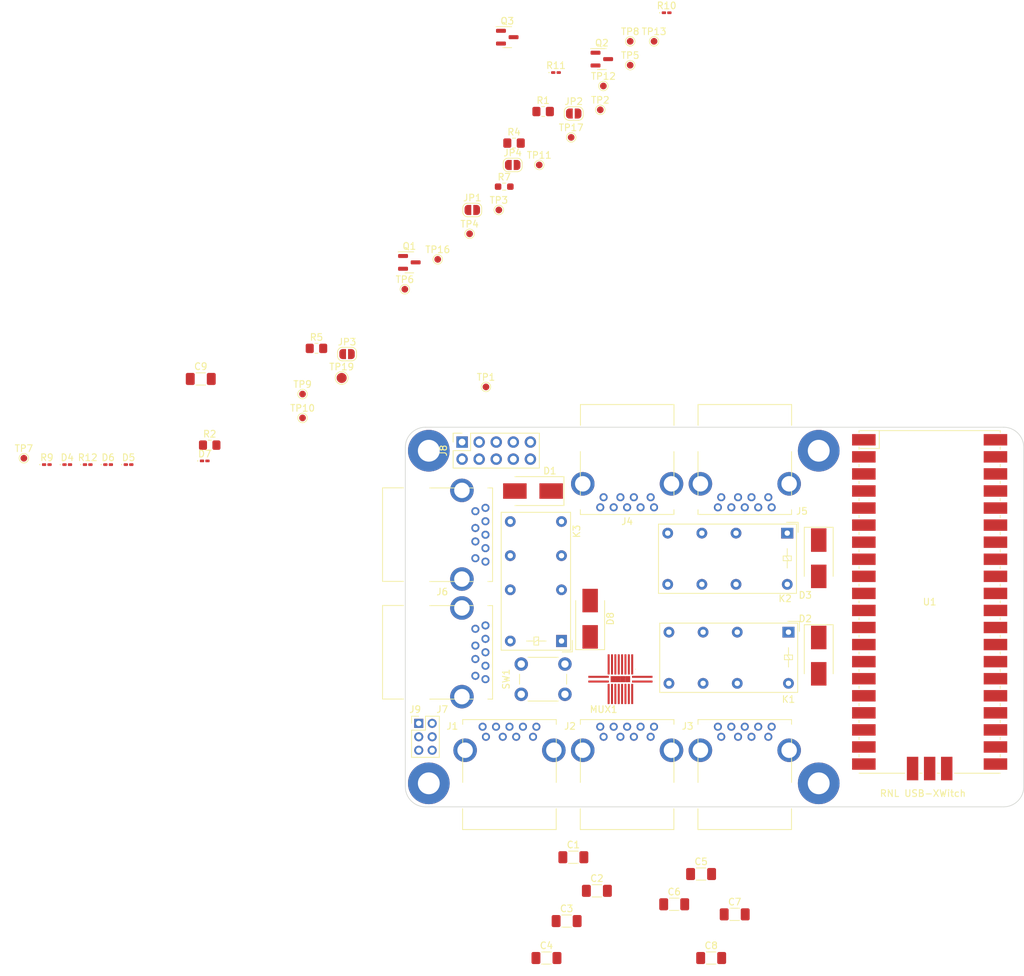
<source format=kicad_pcb>
(kicad_pcb (version 20211014) (generator pcbnew)
  (title_block (title "usb-xwitch") (date "2022-06-20") (rev "0.1"))
  (layers (0 "F.Cu" signal) (31 "B.Cu" signal) (34 "B.Paste" user) (35 "F.Paste" user) (36 "B.SilkS" user "B.Silkscreen") (37 "F.SilkS" user "F.Silkscreen") (38 "B.Mask" user) (39 "F.Mask" user) (44 "Edge.Cuts" user))
  (net 0 "")
  (net 1 "Net-(C1-Pad1)")
  (net 2 "/RX-BP1")
  (net 3 "Net-(C2-Pad1)")
  (net 4 "/RX+BP1")
  (net 5 "Net-(C3-Pad1)")
  (net 6 "/TX-BP1")
  (net 7 "Net-(C4-Pad1)")
  (net 8 "/TX+BP1")
  (net 9 "Net-(C5-Pad1)")
  (net 10 "Net-(C5-Pad2)")
  (net 11 "Net-(C6-Pad1)")
  (net 12 "Net-(C6-Pad2)")
  (net 13 "Net-(C7-Pad1)")
  (net 14 "Net-(C7-Pad2)")
  (net 15 "Net-(C8-Pad1)")
  (net 16 "Net-(C8-Pad2)")
  (net 17 "GND")
  (net 18 "/SW-A")
  (net 19 "Net-(J4-Pad5)")
  (net 20 "Net-(D1-Pad2)")
  (net 21 "Net-(J4-Pad6)")
  (net 22 "Net-(J4-Pad8)")
  (net 23 "Net-(J4-Pad9)")
  (net 24 "/RL3")
  (net 25 "/VBUS2")
  (net 26 "Net-(K3-Pad21)")
  (net 27 "Net-(J6-Pad2)")
  (net 28 "Net-(J6-Pad3)")
  (net 29 "Net-(J6-Pad5)")
  (net 30 "Net-(J6-Pad6)")
  (net 31 "Net-(J6-Pad8)")
  (net 32 "Net-(J6-Pad9)")
  (net 33 "/VBUS3")
  (net 34 "Net-(K3-Pad12)")
  (net 35 "/REL-C")
  (net 36 "+5V")
  (net 37 "/RL1")
  (net 38 "/RL2")
  (net 39 "Net-(D4-Pad2)")
  (net 40 "Net-(D5-Pad2)")
  (net 41 "Net-(D6-Pad2)")
  (net 42 "Net-(D7-Pad2)")
  (net 43 "Net-(J1-Pad1)")
  (net 44 "Net-(J1-Pad2)")
  (net 45 "Net-(J1-Pad3)")
  (net 46 "/RX-BP")
  (net 47 "/RX+BP")
  (net 48 "/TX-BP")
  (net 49 "/TX+BP")
  (net 50 "/VBUS_1_1")
  (net 51 "Net-(J2-Pad10)")
  (net 52 "/VBUS_1_2")
  (net 53 "Net-(J3-Pad10)")
  (net 54 "Net-(J4-Pad1)")
  (net 55 "Net-(J4-Pad2)")
  (net 56 "Net-(J4-Pad3)")
  (net 61 "Net-(J5-Pad10)")
  (net 62 "/UART_PI_TX")
  (net 63 "/UART_PI_RX")
  (net 66 "+3V3")
  (net 67 "/PD-A")
  (net 68 "/SEL-A")
  (net 70 "/REL-A")
  (net 71 "/REL-B")
  (net 72 "/V_1_1")
  (net 73 "/V_1_2")
  (net 74 "/V_2_1")
  (net 96 "Net-(TP4-Pad1)")
  (net 97 "Net-(TP5-Pad1)")
  (footprint "Resistor_SMD:R_0805_2012Metric_Pad1.20x1.40mm_HandSolder" (layer "F.Cu") (at 116.175 37.715)
    (fp_text reference "R4" (at 0 -1.65) (layer "F.SilkS"))
    (fp_text value "33K")
    (pad "1" smd roundrect (at -1 0) (size 1.2 1.4) (layers "F.Cu" "F.Paste" "F.Mask") (roundrect_rratio 0.208333) (net 72 "/V_1_1"))
    (pad "2" smd roundrect (at 1 0) (size 1.2 1.4) (layers "F.Cu" "F.Paste" "F.Mask") (roundrect_rratio 0.208333) (net 17 "GND"))
  )
  (footprint "TestPoint:TestPoint_Pad_D1.0mm" (layer "F.Cu") (at 129.465 29.215)
    (fp_text reference "TP12" (at 0 -1.448) (layer "F.SilkS"))
    (fp_text value "TestPoint")
    (pad "1" smd circle (at 0 0) (size 1 1) (layers "F.Cu" "F.Mask") (net 50 "/VBUS_1_1"))
  )
  (footprint "Button_Switch_THT:SW_PUSH_6mm" (layer "F.Cu") (at 117.25 115.25)
    (fp_text reference "SW1" (at -2.25 2.25 90) (layer "F.SilkS"))
    (fp_text value "SW_MEC_5E")
    (pad "1" thru_hole circle (at 0 0 90) (size 2 2) (drill 1.1) (layers *.Cu *.Mask) (net 17 "GND"))
    (pad "1" thru_hole circle (at 6.5 0 90) (size 2 2) (drill 1.1) (layers *.Cu *.Mask) (net 17 "GND"))
    (pad "2" thru_hole circle (at 0 4.5 90) (size 2 2) (drill 1.1) (layers *.Cu *.Mask) (net 18 "/SW-A"))
    (pad "2" thru_hole circle (at 6.5 4.5 90) (size 2 2) (drill 1.1) (layers *.Cu *.Mask) (net 18 "/SW-A"))
  )
  (footprint "usb_xwitch:USB3_A_AdamTech_USB-A3-S-RA" (layer "F.Cu") (at 154 90.425 180)
    (fp_text reference "J5" (at -5 -2.075) (layer "F.SilkS"))
    (fp_text value "USB3_A")
    (pad "1" thru_hole circle (at 0 0 180) (size 1.2 1.2) (drill 0.7) (layers *.Cu *.Mask) (net 25 "/VBUS2"))
    (pad "2" thru_hole circle (at 2.5 0 180) (size 1.2 1.2) (drill 0.7) (layers *.Cu *.Mask) (net 55 "Net-(J4-Pad2)"))
    (pad "3" thru_hole circle (at 4.5 0 180) (size 1.2 1.2) (drill 0.7) (layers *.Cu *.Mask) (net 56 "Net-(J4-Pad3)"))
    (pad "4" thru_hole circle (at 7 0 180) (size 1.2 1.2) (drill 0.7) (layers *.Cu *.Mask) (net 61 "Net-(J5-Pad10)"))
    (pad "5" thru_hole circle (at 7.5 -1.5 180) (size 1.2 1.2) (drill 0.7) (layers *.Cu *.Mask) (net 19 "Net-(J4-Pad5)"))
    (pad "6" thru_hole circle (at 5.5 -1.5 180) (size 1.2 1.2) (drill 0.7) (layers *.Cu *.Mask) (net 21 "Net-(J4-Pad6)"))
    (pad "7" thru_hole circle (at 3.5 -1.5 180) (size 1.2 1.2) (drill 0.7) (layers *.Cu *.Mask) (net 61 "Net-(J5-Pad10)"))
    (pad "8" thru_hole circle (at 1.5 -1.5 180) (size 1.2 1.2) (drill 0.7) (layers *.Cu *.Mask) (net 22 "Net-(J4-Pad8)"))
    (pad "9" thru_hole circle (at -0.5 -1.5 180) (size 1.2 1.2) (drill 0.7) (layers *.Cu *.Mask) (net 23 "Net-(J4-Pad9)"))
    (pad "10" thru_hole circle (at -3.1 2 180) (size 3.5 3.5) (drill 2.3) (layers *.Cu *.Mask) (net 61 "Net-(J5-Pad10)"))
    (pad "10" thru_hole circle (at 10.1 2 180) (size 3.5 3.5) (drill 2.3) (layers *.Cu *.Mask) (net 61 "Net-(J5-Pad10)"))
  )
  (footprint "TestPoint:TestPoint_Pad_D1.0mm" (layer "F.Cu") (at 104.825 55.015)
    (fp_text reference "TP16" (at 0 -1.448) (layer "F.SilkS"))
    (fp_text value "TestPoint")
    (pad "1" smd circle (at 0 0) (size 1 1) (layers "F.Cu" "F.Mask") (net 72 "/V_1_1"))
  )
  (footprint "Diode_SMD:D_SMB_Handsoldering" (layer "F.Cu") (at 119 89.5 180)
    (fp_text reference "D1" (at -2.5 3) (layer "F.SilkS"))
    (fp_text value "VS-10BQ015" hide)
    (pad "1" smd rect (at -2.7 0 180) (size 3.5 2.3) (layers "F.Cu" "F.Paste" "F.Mask") (net 36 "+5V"))
    (pad "2" smd rect (at 2.7 0 180) (size 3.5 2.3) (layers "F.Cu" "F.Paste" "F.Mask") (net 20 "Net-(D1-Pad2)"))
  )
  (footprint "Diode_SMD:D_SMB_Handsoldering" (layer "F.Cu") (at 161.5 114 -90)
    (fp_text reference "D2" (at -5.5 2 180) (layer "F.SilkS"))
    (fp_text value "VS-10BQ015" hide)
    (pad "1" smd rect (at -2.7 0 270) (size 3.5 2.3) (layers "F.Cu" "F.Paste" "F.Mask") (net 36 "+5V"))
    (pad "2" smd rect (at 2.7 0 270) (size 3.5 2.3) (layers "F.Cu" "F.Paste" "F.Mask") (net 37 "/RL1"))
  )
  (footprint "Diode_SMD:D_0201_0603Metric_Pad0.64x0.40mm_HandSolder" (layer "F.Cu") (at 122.415 27.215)
    (fp_text reference "R11" (at 0 -1.05) (layer "F.SilkS"))
    (fp_text value "402")
    (pad "1" smd roundrect (at -0.4075 0) (size 0.635 0.4) (layers "F.Cu" "F.Mask") (net 25 "/VBUS2"))
    (pad "2" smd roundrect (at 0.4075 0) (size 0.635 0.4) (layers "F.Cu" "F.Mask") (net 41 "Net-(D6-Pad2)"))
  )
  (footprint "TestPoint:TestPoint_Pad_D1.0mm" (layer "F.Cu") (at 113.915 47.665)
    (fp_text reference "TP3" (at 0 -1.448) (layer "F.SilkS"))
    (fp_text value "TestPoint")
    (pad "1" smd circle (at 0 0) (size 1 1) (layers "F.Cu" "F.Mask") (net 66 "+3V3"))
  )
  (footprint "Package_TO_SOT_SMD:SOT-23" (layer "F.Cu") (at 129.235 25.215)
    (fp_text reference "Q2" (at 0 -2.4) (layer "F.SilkS"))
    (fp_text value "2N7002P")
    (pad "1" smd roundrect (at -0.9375 -0.95) (size 1.475 0.6) (layers "F.Cu" "F.Paste" "F.Mask") (net 71 "/REL-B"))
    (pad "2" smd roundrect (at -0.9375 0.95) (size 1.475 0.6) (layers "F.Cu" "F.Paste" "F.Mask") (net 17 "GND"))
    (pad "3" smd roundrect (at 0.9375 0) (size 1.475 0.6) (layers "F.Cu" "F.Paste" "F.Mask") (net 38 "/RL2"))
  )
  (footprint "TestPoint:TestPoint_Pad_D1.0mm" (layer "F.Cu") (at 133.455 26.115)
    (fp_text reference "TP5" (at 0 -1.448) (layer "F.SilkS"))
    (fp_text value "TestPoint")
    (pad "1" smd circle (at 0 0) (size 1 1) (layers "F.Cu" "F.Mask") (net 97 "Net-(TP5-Pad1)"))
  )
  (footprint "TestPoint:TestPoint_Pad_D1.0mm" (layer "F.Cu") (at 119.925 40.965)
    (fp_text reference "TP11" (at 0 -1.448) (layer "F.SilkS"))
    (fp_text value "TestPoint")
    (pad "1" smd circle (at 0 0) (size 1 1) (layers "F.Cu" "F.Mask") (net 18 "/SW-A"))
  )
  (footprint "Resistor_SMD:R_0603_1608Metric_Pad0.98x0.95mm_HandSolder" (layer "F.Cu") (at 114.715 44.195)
    (fp_text reference "R7" (at 0 -1.43) (layer "F.SilkS"))
    (fp_text value "10K")
    (pad "1" smd roundrect (at -0.9125 0) (size 0.975 0.95) (layers "F.Cu" "F.Paste" "F.Mask") (net 66 "+3V3"))
    (pad "2" smd roundrect (at 0.9125 0) (size 0.975 0.95) (layers "F.Cu" "F.Paste" "F.Mask") (net 18 "/SW-A"))
  )
  (footprint "Capacitor_SMD:C_1206_3216Metric_Pad1.33x1.80mm_HandSolder" (layer "F.Cu") (at 125 144)
    (fp_text reference "C1" (at 0 -1.85) (layer "F.SilkS"))
    (fp_text value "100n")
    (pad "1" smd roundrect (at -1.5625 0) (size 1.325 1.8) (layers "F.Cu" "F.Paste" "F.Mask") (roundrect_rratio 0.188679) (net 1 "Net-(C1-Pad1)"))
    (pad "2" smd roundrect (at 1.5625 0) (size 1.325 1.8) (layers "F.Cu" "F.Paste" "F.Mask") (roundrect_rratio 0.188679) (net 2 "/RX-BP1"))
  )
  (footprint "Capacitor_SMD:C_1206_3216Metric_Pad1.33x1.80mm_HandSolder" (layer "F.Cu") (at 144 146.5)
    (fp_text reference "C5" (at 0 -1.85) (layer "F.SilkS"))
    (fp_text value "100n")
    (pad "1" smd roundrect (at -1.5625 0) (size 1.325 1.8) (layers "F.Cu" "F.Paste" "F.Mask") (roundrect_rratio 0.188679) (net 9 "Net-(C5-Pad1)"))
    (pad "2" smd roundrect (at 1.5625 0) (size 1.325 1.8) (layers "F.Cu" "F.Paste" "F.Mask") (roundrect_rratio 0.188679) (net 10 "Net-(C5-Pad2)"))
  )
  (footprint "Capacitor_SMD:C_1206_3216Metric_Pad1.33x1.80mm_HandSolder" (layer "F.Cu") (at 140 151)
    (fp_text reference "C6" (at 0 -1.85) (layer "F.SilkS"))
    (fp_text value "100n")
    (pad "1" smd roundrect (at -1.5625 0) (size 1.325 1.8) (layers "F.Cu" "F.Paste" "F.Mask") (roundrect_rratio 0.188679) (net 11 "Net-(C6-Pad1)"))
    (pad "2" smd roundrect (at 1.5625 0) (size 1.325 1.8) (layers "F.Cu" "F.Paste" "F.Mask") (roundrect_rratio 0.188679) (net 12 "Net-(C6-Pad2)"))
  )
  (footprint "Connector_PinSocket_2.54mm:PinSocket_2x05_P2.54mm_Vertical" (layer "F.Cu") (at 108.45 82.21 90)
    (fp_text reference "J8" (at -1.27 -2.77 90) (layer "F.SilkS"))
    (fp_text value "Conn_02x05_Odd_Even" hide)
    (pad "1" thru_hole rect (at 0 0 90) (size 1.7 1.7) (drill 1) (layers *.Cu *.Mask))
    (pad "2" thru_hole oval (at -2.54 0 90) (size 1.7 1.7) (drill 1) (layers *.Cu *.Mask) (net 20 "Net-(D1-Pad2)"))
    (pad "3" thru_hole oval (at 0 2.54 90) (size 1.7 1.7) (drill 1) (layers *.Cu *.Mask))
    (pad "4" thru_hole oval (at -2.54 2.54 90) (size 1.7 1.7) (drill 1) (layers *.Cu *.Mask) (net 20 "Net-(D1-Pad2)"))
    (pad "5" thru_hole oval (at 0 5.08 90) (size 1.7 1.7) (drill 1) (layers *.Cu *.Mask))
    (pad "6" thru_hole oval (at -2.54 5.08 90) (size 1.7 1.7) (drill 1) (layers *.Cu *.Mask) (net 17 "GND"))
    (pad "7" thru_hole oval (at 0 7.62 90) (size 1.7 1.7) (drill 1) (layers *.Cu *.Mask))
    (pad "8" thru_hole oval (at -2.54 7.62 90) (size 1.7 1.7) (drill 1) (layers *.Cu *.Mask) (net 62 "/UART_PI_TX"))
    (pad "9" thru_hole oval (at 0 10.16 90) (size 1.7 1.7) (drill 1) (layers *.Cu *.Mask) (net 17 "GND"))
    (pad "10" thru_hole oval (at -2.54 10.16 90) (size 1.7 1.7) (drill 1) (layers *.Cu *.Mask) (net 63 "/UART_PI_RX"))
  )
  (footprint "TestPoint:TestPoint_Pad_D1.0mm" (layer "F.Cu") (at 112 74)
    (fp_text reference "TP1" (at 0 -1.448) (layer "F.SilkS"))
    (fp_text value "TestPoint")
    (pad "1" smd circle (at 0 0) (size 1 1) (layers "F.Cu" "F.Mask") (net 36 "+5V"))
  )
  (footprint "TestPoint:TestPoint_Pad_D1.0mm" (layer "F.Cu") (at 109.565 51.215)
    (fp_text reference "TP4" (at 0 -1.448) (layer "F.SilkS"))
    (fp_text value "TestPoint")
    (pad "1" smd circle (at 0 0) (size 1 1) (layers "F.Cu" "F.Mask") (net 96 "Net-(TP4-Pad1)"))
  )
  (footprint "usb_xwitch:RPi_Pico_SMD" (layer "F.Cu") (at 178 106)
    (fp_text reference "U1" (at 0 0) (layer "F.SilkS"))
    (fp_text value "Pico" hide)
    (pad "" np_thru_hole oval (at 2.725 -24) (size 1.8 1.8) (drill 1.8) (layers *.Cu *.Mask))
    (pad "" np_thru_hole oval (at -2.425 -20.97) (size 1.5 1.5) (drill 1.5) (layers *.Cu *.Mask))
    (pad "" np_thru_hole oval (at -2.725 -24) (size 1.8 1.8) (drill 1.8) (layers *.Cu *.Mask))
    (pad "" np_thru_hole oval (at 2.425 -20.97) (size 1.5 1.5) (drill 1.5) (layers *.Cu *.Mask))
    (pad "1" smd rect (at -8.89 -24.13) (size 3.5 1.7) (drill (offset -0.9 0)) (layers "F.Cu" "F.Mask") (net 63 "/UART_PI_RX"))
    (pad "2" smd rect (at -8.89 -21.59) (size 3.5 1.7) (drill (offset -0.9 0)) (layers "F.Cu" "F.Mask") (net 62 "/UART_PI_TX"))
    (pad "3" smd rect (at -8.89 -19.05) (size 3.5 1.7) (drill (offset -0.9 0)) (layers "F.Cu" "F.Mask") (net 17 "GND"))
    (pad "4" smd rect (at -8.89 -16.51) (size 3.5 1.7) (drill (offset -0.9 0)) (layers "F.Cu" "F.Mask"))
    (pad "5" smd rect (at -8.89 -13.97) (size 3.5 1.7) (drill (offset -0.9 0)) (layers "F.Cu" "F.Mask"))
    (pad "6" smd rect (at -8.89 -11.43) (size 3.5 1.7) (drill (offset -0.9 0)) (layers "F.Cu" "F.Mask"))
    (pad "7" smd rect (at -8.89 -8.89) (size 3.5 1.7) (drill (offset -0.9 0)) (layers "F.Cu" "F.Mask"))
    (pad "8" smd rect (at -8.89 -6.35) (size 3.5 1.7) (drill (offset -0.9 0)) (layers "F.Cu" "F.Mask") (net 17 "GND"))
    (pad "9" smd rect (at -8.89 -3.81) (size 3.5 1.7) (drill (offset -0.9 0)) (layers "F.Cu" "F.Mask"))
    (pad "10" smd rect (at -8.89 -1.27) (size 3.5 1.7) (drill (offset -0.9 0)) (layers "F.Cu" "F.Mask"))
    (pad "11" smd rect (at -8.89 1.27) (size 3.5 1.7) (drill (offset -0.9 0)) (layers "F.Cu" "F.Mask"))
    (pad "12" smd rect (at -8.89 3.81) (size 3.5 1.7) (drill (offset -0.9 0)) (layers "F.Cu" "F.Mask"))
    (pad "13" smd rect (at -8.89 6.35) (size 3.5 1.7) (drill (offset -0.9 0)) (layers "F.Cu" "F.Mask") (net 17 "GND"))
    (pad "14" smd rect (at -8.89 8.89) (size 3.5 1.7) (drill (offset -0.9 0)) (layers "F.Cu" "F.Mask") (net 67 "/PD-A"))
    (pad "15" smd rect (at -8.89 11.43) (size 3.5 1.7) (drill (offset -0.9 0)) (layers "F.Cu" "F.Mask") (net 68 "/SEL-A"))
    (pad "16" smd rect (at -8.89 13.97) (size 3.5 1.7) (drill (offset -0.9 0)) (layers "F.Cu" "F.Mask") (net 70 "/REL-A"))
    (pad "17" smd rect (at -8.89 16.51) (size 3.5 1.7) (drill (offset -0.9 0)) (layers "F.Cu" "F.Mask") (net 18 "/SW-A"))
    (pad "18" smd rect (at -8.89 19.05) (size 3.5 1.7) (drill (offset -0.9 0)) (layers "F.Cu" "F.Mask") (net 17 "GND"))
    (pad "19" smd rect (at -8.89 21.59) (size 3.5 1.7) (drill (offset -0.9 0)) (layers "F.Cu" "F.Mask"))
    (pad "20" smd rect (at -8.89 24.13) (size 3.5 1.7) (drill (offset -0.9 0)) (layers "F.Cu" "F.Mask"))
    (pad "21" smd rect (at 8.89 24.13) (size 3.5 1.7) (drill (offset 0.9 0)) (layers "F.Cu" "F.Mask"))
    (pad "22" smd rect (at 8.89 21.59) (size 3.5 1.7) (drill (offset 0.9 0)) (layers "F.Cu" "F.Mask"))
    (pad "23" smd rect (at 8.89 19.05) (size 3.5 1.7) (drill (offset 0.9 0)) (layers "F.Cu" "F.Mask") (net 17 "GND"))
    (pad "24" smd rect (at 8.89 16.51) (size 3.5 1.7) (drill (offset 0.9 0)) (layers "F.Cu" "F.Mask") (net 96 "Net-(TP4-Pad1)"))
    (pad "25" smd rect (at 8.89 13.97) (size 3.5 1.7) (drill (offset 0.9 0)) (layers "F.Cu" "F.Mask") (net 97 "Net-(TP5-Pad1)"))
    (pad "26" smd rect (at 8.89 11.43) (size 3.5 1.7) (drill (offset 0.9 0)) (layers "F.Cu" "F.Mask") (net 35 "/REL-C"))
    (pad "27" smd rect (at 8.89 8.89) (size 3.5 1.7) (drill (offset 0.9 0)) (layers "F.Cu" "F.Mask") (net 71 "/REL-B"))
    (pad "28" smd rect (at 8.89 6.35) (size 3.5 1.7) (drill (offset 0.9 0)) (layers "F.Cu" "F.Mask") (net 17 "GND"))
    (pad "29" smd rect (at 8.89 3.81) (size 3.5 1.7) (drill (offset 0.9 0)) (layers "F.Cu" "F.Mask"))
    (pad "30" smd rect (at 8.89 1.27) (size 3.5 1.7) (drill (offset 0.9 0)) (layers "F.Cu" "F.Mask"))
    (pad "31" smd rect (at 8.89 -1.27) (size 3.5 1.7) (drill (offset 0.9 0)) (layers "F.Cu" "F.Mask") (net 72 "/V_1_1"))
    (pad "32" smd rect (at 8.89 -3.81) (size 3.5 1.7) (drill (offset 0.9 0)) (layers "F.Cu" "F.Mask") (net 73 "/V_1_2"))
    (pad "33" smd rect (at 8.89 -6.35) (size 3.5 1.7) (drill (offset 0.9 0)) (layers "F.Cu" "F.Mask") (net 17 "GND"))
    (pad "34" smd rect (at 8.89 -8.89) (size 3.5 1.7) (drill (offset 0.9 0)) (layers "F.Cu" "F.Mask") (net 74 "/V_2_1"))
    (pad "35" smd rect (at 8.89 -11.43) (size 3.5 1.7) (drill (offset 0.9 0)) (layers "F.Cu" "F.Mask"))
    (pad "36" smd rect (at 8.89 -13.97) (size 3.5 1.7) (drill (offset 0.9 0)) (layers "F.Cu" "F.Mask") (net 66 "+3V3"))
    (pad "37" smd rect (at 8.89 -16.51) (size 3.5 1.7) (drill (offset 0.9 0)) (layers "F.Cu" "F.Mask"))
    (pad "38" smd rect (at 8.89 -19.05) (size 3.5 1.7) (drill (offset 0.9 0)) (layers "F.Cu" "F.Mask") (net 17 "GND"))
    (pad "39" smd rect (at 8.89 -21.59) (size 3.5 1.7) (drill (offset 0.9 0)) (layers "F.Cu" "F.Mask") (net 36 "+5V"))
    (pad "40" smd rect (at 8.89 -24.13) (size 3.5 1.7) (drill (offset 0.9 0)) (layers "F.Cu" "F.Mask"))
    (pad "41" smd rect (at -2.54 23.9 90) (size 3.5 1.7) (drill (offset -0.9 0)) (layers "F.Cu" "F.Mask"))
    (pad "42" smd rect (at 0 23.9 90) (size 3.5 1.7) (drill (offset -0.9 0)) (layers "F.Cu" "F.Mask"))
    (pad "43" smd rect (at 2.54 23.9 90) (size 3.5 1.7) (drill (offset -0.9 0)) (layers "F.Cu" "F.Mask"))
  )
  (footprint "Diode_SMD:D_0201_0603Metric_Pad0.64x0.40mm_HandSolder" (layer "F.Cu") (at 46.675 85.565)
    (fp_text reference "R9" (at 0 -1.05) (layer "F.SilkS"))
    (fp_text value "402")
    (pad "1" smd roundrect (at -0.4075 0) (size 0.635 0.4) (layers "F.Cu" "F.Mask") (net 50 "/VBUS_1_1"))
    (pad "2" smd roundrect (at 0.4075 0) (size 0.635 0.4) (layers "F.Cu" "F.Mask") (net 39 "Net-(D4-Pad2)"))
  )
  (footprint "usb_xwitch:USB3_A_AdamTech_USB-A3-S-RA" (layer "F.Cu") (at 129.5 126.075)
    (fp_text reference "J2" (at -5 -1.575) (layer "F.SilkS"))
    (fp_text value "USB3_A")
    (pad "1" thru_hole circle (at 0 0) (size 1.2 1.2) (drill 0.7) (layers *.Cu *.Mask) (net 50 "/VBUS_1_1"))
    (pad "2" thru_hole circle (at 2.5 0) (size 1.2 1.2) (drill 0.7) (layers *.Cu *.Mask) (net 44 "Net-(J1-Pad2)"))
    (pad "3" thru_hole circle (at 4.5 0) (size 1.2 1.2) (drill 0.7) (layers *.Cu *.Mask) (net 45 "Net-(J1-Pad3)"))
    (pad "4" thru_hole circle (at 7 0) (size 1.2 1.2) (drill 0.7) (layers *.Cu *.Mask) (net 51 "Net-(J2-Pad10)"))
    (pad "5" thru_hole circle (at 7.5 -1.5) (size 1.2 1.2) (drill 0.7) (layers *.Cu *.Mask) (net 2 "/RX-BP1"))
    (pad "6" thru_hole circle (at 5.5 -1.5) (size 1.2 1.2) (drill 0.7) (layers *.Cu *.Mask) (net 4 "/RX+BP1"))
    (pad "7" thru_hole circle (at 3.5 -1.5) (size 1.2 1.2) (drill 0.7) (layers *.Cu *.Mask) (net 51 "Net-(J2-Pad10)"))
    (pad "8" thru_hole circle (at 1.5 -1.5) (size 1.2 1.2) (drill 0.7) (layers *.Cu *.Mask) (net 6 "/TX-BP1"))
    (pad "9" thru_hole circle (at -0.5 -1.5) (size 1.2 1.2) (drill 0.7) (layers *.Cu *.Mask) (net 8 "/TX+BP1"))
    (pad "10" thru_hole circle (at 10.1 2) (size 3.5 3.5) (drill 2.3) (layers *.Cu *.Mask) (net 51 "Net-(J2-Pad10)"))
    (pad "10" thru_hole circle (at -3.1 2) (size 3.5 3.5) (drill 2.3) (layers *.Cu *.Mask) (net 51 "Net-(J2-Pad10)"))
  )
  (footprint "Diode_SMD:D_SMB_Handsoldering" (layer "F.Cu") (at 127.5 108.5 90)
    (fp_text reference "D8" (at 0 3 270) (layer "F.SilkS"))
    (fp_text value "VS-10BQ015" hide)
    (pad "1" smd rect (at -2.7 0 90) (size 3.5 2.3) (layers "F.Cu" "F.Paste" "F.Mask") (net 36 "+5V"))
    (pad "2" smd rect (at 2.7 0 90) (size 3.5 2.3) (layers "F.Cu" "F.Paste" "F.Mask") (net 24 "/RL3"))
  )
  (footprint "TestPoint:TestPoint_Pad_D1.0mm" (layer "F.Cu") (at 129.005 32.765)
    (fp_text reference "TP2" (at 0 -1.448) (layer "F.SilkS"))
    (fp_text value "TestPoint")
    (pad "1" smd circle (at 0 0) (size 1 1) (layers "F.Cu" "F.Mask") (net 36 "+5V"))
  )
  (footprint "Capacitor_SMD:C_1206_3216Metric_Pad1.33x1.80mm_HandSolder" (layer "F.Cu") (at 69.575 72.815)
    (fp_text reference "C9" (at 0 -1.85) (layer "F.SilkS"))
    (fp_text value "100n")
    (pad "1" smd roundrect (at -1.5625 0) (size 1.325 1.8) (layers "F.Cu" "F.Paste" "F.Mask") (roundrect_rratio 0.188679) (net 17 "GND"))
    (pad "2" smd roundrect (at 1.5625 0) (size 1.325 1.8) (layers "F.Cu" "F.Paste" "F.Mask") (roundrect_rratio 0.188679) (net 18 "/SW-A"))
  )
  (footprint "Resistor_SMD:R_0805_2012Metric_Pad1.20x1.40mm_HandSolder" (layer "F.Cu") (at 70.905 82.665)
    (fp_text reference "R2" (at 0 -1.65) (layer "F.SilkS"))
    (fp_text value "18K")
    (pad "1" smd roundrect (at -1 0) (size 1.2 1.4) (layers "F.Cu" "F.Paste" "F.Mask") (roundrect_rratio 0.208333) (net 52 "/VBUS_1_2"))
    (pad "2" smd roundrect (at 1 0) (size 1.2 1.4) (layers "F.Cu" "F.Paste" "F.Mask") (roundrect_rratio 0.208333) (net 73 "/V_1_2"))
  )
  (footprint "Jumper:SolderJumper-2_P1.3mm_Open_RoundedPad1.0x1.5mm" (layer "F.Cu") (at 109.965 47.665)
    (fp_text reference "JP1" (at 0 -1.8) (layer "F.SilkS"))
    (fp_text value "SolderJumper_2_Open")
    (pad "1" smd custom (at -0.65 0) (size 1 0.5) (layers "F.Cu" "F.Mask") (net 46 "/RX-BP") (options (clearance outline) (anchor rect)) (primitives (gr_circle (center 0 0.25) (end 0.5 0.25) (width 0) (fill yes)) (gr_circle (center 0 -0.25) (end 0.5 -0.25) (width 0) (fill yes)) (gr_poly (pts (xy 0.5 0.75) (xy 0 0.75) (xy 0 -0.75) (xy 0.5 -0.75)) (width 0) (fill yes))))
    (pad "2" smd custom (at 0.65 0) (size 1 0.5) (layers "F.Cu" "F.Mask") (net 2 "/RX-BP1") (options (clearance outline) (anchor rect)) (primitives (gr_circle (center 0 0.25) (end 0.5 0.25) (width 0) (fill yes)) (gr_circle (center 0 -0.25) (end 0.5 -0.25) (width 0) (fill yes)) (gr_poly (pts (xy 0 0.75) (xy -0.5 0.75) (xy -0.5 -0.75) (xy 0 -0.75)) (width 0) (fill yes))))
  )
  (footprint "usb_xwitch:J104D2C3VDC.15S" (layer "F.Cu") (at 156.8175 95.7625 180)
    (fp_text reference "K2" (at 0.3175 -9.7375) (layer "F.SilkS"))
    (fp_text value "J104D2C3VDC.15S" hide)
    (pad "11" thru_hole circle (at 7.62 0 270) (size 1.6 1.6) (drill 0.8) (layers *.Cu *.Mask) (net 17 "GND"))
    (pad "12" thru_hole circle (at 12.7 0 270) (size 1.6 1.6) (drill 0.8) (layers *.Cu *.Mask) (net 61 "Net-(J5-Pad10)"))
    (pad "14" thru_hole circle (at 17.78 0 270) (size 1.6 1.6) (drill 0.8) (layers *.Cu *.Mask))
    (pad "21" thru_hole circle (at 7.62 -7.62 270) (size 1.6 1.6) (drill 0.8) (layers *.Cu *.Mask) (net 54 "Net-(J4-Pad1)"))
    (pad "22" thru_hole circle (at 12.7 -7.62 270) (size 1.6 1.6) (drill 0.8) (layers *.Cu *.Mask) (net 25 "/VBUS2"))
    (pad "24" thru_hole circle (at 17.78 -7.62) (size 1.6 1.6) (drill 0.8) (layers *.Cu *.Mask))
    (pad "A1" thru_hole rect (at 0 0 270) (size 1.6 1.8) (drill 0.8) (layers *.Cu *.Mask) (net 36 "+5V"))
    (pad "A2" thru_hole circle (at 0 -7.62 270) (size 1.6 1.6) (drill 0.8) (layers *.Cu *.Mask) (net 38 "/RL2"))
  )
  (footprint "Diode_SMD:D_0201_0603Metric_Pad0.64x0.40mm_HandSolder" (layer "F.Cu") (at 49.715 85.565)
    (fp_text reference "D4" (at 0 -1.05) (layer "F.SilkS"))
    (fp_text value "LED")
    (pad "1" smd roundrect (at -0.4075 0) (size 0.635 0.4) (layers "F.Cu" "F.Mask") (net 17 "GND"))
    (pad "2" smd roundrect (at 0.4075 0) (size 0.635 0.4) (layers "F.Cu" "F.Mask") (net 39 "Net-(D4-Pad2)"))
  )
  (footprint "TestPoint:TestPoint_Pad_D1.0mm" (layer "F.Cu") (at 137.005 22.565)
    (fp_text reference "TP13" (at 0 -1.448) (layer "F.SilkS"))
    (fp_text value "TestPoint")
    (pad "1" smd circle (at 0 0) (size 1 1) (layers "F.Cu" "F.Mask") (net 52 "/VBUS_1_2"))
  )
  (footprint "Jumper:SolderJumper-2_P1.3mm_Open_RoundedPad1.0x1.5mm" (layer "F.Cu") (at 125.055 33.315)
    (fp_text reference "JP2" (at 0 -1.8) (layer "F.SilkS"))
    (fp_text value "SolderJumper_2_Open")
    (pad "1" smd custom (at -0.65 0) (size 1 0.5) (layers "F.Cu" "F.Mask") (net 47 "/RX+BP") (options (clearance outline) (anchor rect)) (primitives (gr_circle (center 0 0.25) (end 0.5 0.25) (width 0) (fill yes)) (gr_circle (center 0 -0.25) (end 0.5 -0.25) (width 0) (fill yes)) (gr_poly (pts (xy 0.5 0.75) (xy 0 0.75) (xy 0 -0.75) (xy 0.5 -0.75)) (width 0) (fill yes))))
    (pad "2" smd custom (at 0.65 0) (size 1 0.5) (layers "F.Cu" "F.Mask") (net 4 "/RX+BP1") (options (clearance outline) (anchor rect)) (primitives (gr_circle (center 0 0.25) (end 0.5 0.25) (width 0) (fill yes)) (gr_circle (center 0 -0.25) (end 0.5 -0.25) (width 0) (fill yes)) (gr_poly (pts (xy 0 0.75) (xy -0.5 0.75) (xy -0.5 -0.75) (xy 0 -0.75)) (width 0) (fill yes))))
  )
  (footprint "Package_TO_SOT_SMD:SOT-23" (layer "F.Cu") (at 100.605 55.465)
    (fp_text reference "Q1" (at 0 -2.4) (layer "F.SilkS"))
    (fp_text value "2N7002P")
    (pad "1" smd roundrect (at -0.9375 -0.95) (size 1.475 0.6) (layers "F.Cu" "F.Paste" "F.Mask") (net 70 "/REL-A"))
    (pad "2" smd roundrect (at -0.9375 0.95) (size 1.475 0.6) (layers "F.Cu" "F.Paste" "F.Mask") (net 17 "GND"))
    (pad "3" smd roundrect (at 0.9375 0) (size 1.475 0.6) (layers "F.Cu" "F.Paste" "F.Mask") (net 37 "/RL1"))
  )
  (footprint "TestPoint:TestPoint_Pad_D1.0mm" (layer "F.Cu") (at 99.935 59.465)
    (fp_text reference "TP6" (at 0 -1.448) (layer "F.SilkS"))
    (fp_text value "TestPoint")
    (pad "1" smd circle (at 0 0) (size 1 1) (layers "F.Cu" "F.Mask") (net 35 "/REL-C"))
  )
  (footprint "Diode_SMD:D_0201_0603Metric_Pad0.64x0.40mm_HandSolder" (layer "F.Cu") (at 138.875 18.315)
    (fp_text reference "R10" (at 0 -1.05) (layer "F.SilkS"))
    (fp_text value "402")
    (pad "1" smd roundrect (at -0.4075 0) (size 0.635 0.4) (layers "F.Cu" "F.Mask") (net 52 "/VBUS_1_2"))
    (pad "2" smd roundrect (at 0.4075 0) (size 0.635 0.4) (layers "F.Cu" "F.Mask") (net 40 "Net-(D5-Pad2)"))
  )
  (footprint "Capacitor_SMD:C_1206_3216Metric_Pad1.33x1.80mm_HandSolder" (layer "F.Cu") (at 121 159)
    (fp_text reference "C4" (at 0 -1.85) (layer "F.SilkS"))
    (fp_text value "100n")
    (pad "1" smd roundrect (at -1.5625 0) (size 1.325 1.8) (layers "F.Cu" "F.Paste" "F.Mask") (roundrect_rratio 0.188679) (net 7 "Net-(C4-Pad1)"))
    (pad "2" smd roundrect (at 1.5625 0) (size 1.325 1.8) (layers "F.Cu" "F.Paste" "F.Mask") (roundrect_rratio 0.188679) (net 8 "/TX+BP1"))
  )
  (footprint "Resistor_SMD:R_0805_2012Metric_Pad1.20x1.40mm_HandSolder" (layer "F.Cu") (at 86.785 68.265)
    (fp_text reference "R5" (at 0 -1.65) (layer "F.SilkS"))
    (fp_text value "33K")
    (pad "1" smd roundrect (at -1 0) (size 1.2 1.4) (layers "F.Cu" "F.Paste" "F.Mask") (roundrect_rratio 0.208333) (net 73 "/V_1_2"))
    (pad "2" smd roundrect (at 1 0) (size 1.2 1.4) (layers "F.Cu" "F.Paste" "F.Mask") (roundrect_rratio 0.208333) (net 17 "GND"))
  )
  (footprint "TestPoint:TestPoint_Pad_D1.0mm" (layer "F.Cu") (at 84.715 75.065)
    (fp_text reference "TP9" (at 0 -1.448) (layer "F.SilkS"))
    (fp_text value "TestPoint")
    (pad "1" smd circle (at 0 0) (size 1 1) (layers "F.Cu" "F.Mask") (net 68 "/SEL-A"))
  )
  (footprint "Jumper:SolderJumper-2_P1.3mm_Open_RoundedPad1.0x1.5mm" (layer "F.Cu") (at 115.975 40.965)
    (fp_text reference "JP4" (at 0 -1.8) (layer "F.SilkS"))
    (fp_text value "SolderJumper_2_Open")
    (pad "1" smd custom (at -0.65 0) (size 1 0.5) (layers "F.Cu" "F.Mask") (net 49 "/TX+BP") (options (clearance outline) (anchor rect)) (primitives (gr_circle (center 0 0.25) (end 0.5 0.25) (width 0) (fill yes)) (gr_circle (center 0 -0.25) (end 0.5 -0.25) (width 0) (fill yes)) (gr_poly (pts (xy 0.5 0.75) (xy 0 0.75) (xy 0 -0.75) (xy 0.5 -0.75)) (width 0) (fill yes))))
    (pad "2" smd custom (at 0.65 0) (size 1 0.5) (layers "F.Cu" "F.Mask") (net 8 "/TX+BP1") (options (clearance outline) (anchor rect)) (primitives (gr_circle (center 0 0.25) (end 0.5 0.25) (width 0) (fill yes)) (gr_circle (center 0 -0.25) (end 0.5 -0.25) (width 0) (fill yes)) (gr_poly (pts (xy 0 0.75) (xy -0.5 0.75) (xy -0.5 -0.75) (xy 0 -0.75)) (width 0) (fill yes))))
  )
  (footprint "Diode_SMD:D_0201_0603Metric_Pad0.64x0.40mm_HandSolder" (layer "F.Cu") (at 55.795 85.565)
    (fp_text reference "D6" (at 0 -1.05) (layer "F.SilkS"))
    (fp_text value "LED")
    (pad "1" smd roundrect (at -0.4075 0) (size 0.635 0.4) (layers "F.Cu" "F.Mask") (net 17 "GND"))
    (pad "2" smd roundrect (at 0.4075 0) (size 0.635 0.4) (layers "F.Cu" "F.Mask") (net 41 "Net-(D6-Pad2)"))
  )
  (footprint "TestPoint:TestPoint_Pad_D1.0mm" (layer "F.Cu") (at 84.715 78.615)
    (fp_text reference "TP10" (at 0 -1.448) (layer "F.SilkS"))
    (fp_text value "TestPoint")
    (pad "1" smd circle (at 0 0) (size 1 1) (layers "F.Cu" "F.Mask") (net 70 "/REL-A"))
  )
  (footprint "Capacitor_SMD:C_1206_3216Metric_Pad1.33x1.80mm_HandSolder" (layer "F.Cu") (at 149 152.5)
    (fp_text reference "C7" (at 0 -1.85) (layer "F.SilkS"))
    (fp_text value "100n")
    (pad "1" smd roundrect (at -1.5625 0) (size 1.325 1.8) (layers "F.Cu" "F.Paste" "F.Mask") (roundrect_rratio 0.188679) (net 13 "Net-(C7-Pad1)"))
    (pad "2" smd roundrect (at 1.5625 0) (size 1.325 1.8) (layers "F.Cu" "F.Paste" "F.Mask") (roundrect_rratio 0.188679) (net 14 "Net-(C7-Pad2)"))
  )
  (footprint "usb_xwitch:USB3_A_AdamTech_USB-A3-S-RA" (layer "F.Cu") (at 110.425 110 -90)
    (fp_text reference "J7" (at 12 4.925 -180) (layer "F.SilkS"))
    (fp_text value "USB3_A")
    (pad "1" thru_hole circle (at 0 0 270) (size 1.2 1.2) (drill 0.7) (layers *.Cu *.Mask) (net 33 "/VBUS3"))
    (pad "2" thru_hole circle (at 2.5 0 270) (size 1.2 1.2) (drill 0.7) (layers *.Cu *.Mask) (net 27 "Net-(J6-Pad2)"))
    (pad "3" thru_hole circle (at 4.5 0 270) (size 1.2 1.2) (drill 0.7) (layers *.Cu *.Mask) (net 28 "Net-(J6-Pad3)"))
    (pad "4" thru_hole circle (at 7 0 270) (size 1.2 1.2) (drill 0.7) (layers *.Cu *.Mask) (net 34 "Net-(K3-Pad12)"))
    (pad "5" thru_hole circle (at 7.5 -1.5 270) (size 1.2 1.2) (drill 0.7) (layers *.Cu *.Mask) (net 29 "Net-(J6-Pad5)"))
    (pad "6" thru_hole circle (at 5.5 -1.5 270) (size 1.2 1.2) (drill 0.7) (layers *.Cu *.Mask) (net 30 "Net-(J6-Pad6)"))
    (pad "7" thru_hole circle (at 3.5 -1.5 270) (size 1.2 1.2) (drill 0.7) (layers *.Cu *.Mask) (net 34 "Net-(K3-Pad12)"))
    (pad "8" thru_hole circle (at 1.5 -1.5 270) (size 1.2 1.2) (drill 0.7) (layers *.Cu *.Mask) (net 31 "Net-(J6-Pad8)"))
    (pad "9" thru_hole circle (at -0.5 -1.5 270) (size 1.2 1.2) (drill 0.7) (layers *.Cu *.Mask) (net 32 "Net-(J6-Pad9)"))
    (pad "10" thru_hole circle (at 10.1 2 270) (size 3.5 3.5) (drill 2.3) (layers *.Cu *.Mask) (net 34 "Net-(K3-Pad12)"))
    (pad "10" thru_hole circle (at -3.1 2 270) (size 3.5 3.5) (drill 2.3) (layers *.Cu *.Mask) (net 34 "Net-(K3-Pad12)"))
  )
  (footprint "Diode_SMD:D_SMB_Handsoldering" (layer "F.Cu") (at 161.5 99.5 -90)
    (fp_text reference "D3" (at 5.5 2 180) (layer "F.SilkS"))
    (fp_text value "VS-10BQ015" hide)
    (pad "1" smd rect (at -2.7 0 270) (size 3.5 2.3) (layers "F.Cu" "F.Paste" "F.Mask") (net 36 "+5V"))
    (pad "2" smd rect (at 2.7 0 270) (size 3.5 2.3) (layers "F.Cu" "F.Paste" "F.Mask") (net 38 "/RL2"))
  )
  (footprint "Connector_PinHeader_2.00mm:PinHeader_2x03_P2.00mm_Vertical" (layer "F.Cu") (at 102 124.075)
    (fp_text reference "J9" (at -0.53 -2.075) (layer "F.SilkS"))
    (fp_text value "Conn_02x03_Odd_Even" hide)
    (pad "1" thru_hole rect (at 0 0) (size 1.35 1.35) (drill 0.8) (layers *.Cu *.Mask) (net 36 "+5V"))
    (pad "2" thru_hole oval (at 2 0) (size 1.35 1.35) (drill 0.8) (layers *.Cu *.Mask) (net 36 "+5V"))
    (pad "3" thru_hole oval (at 0 2) (size 1.35 1.35) (drill 0.8) (layers *.Cu *.Mask) (net 17 "GND"))
    (pad "4" thru_hole oval (at 2 2) (size 1.35 1.35) (drill 0.8) (layers *.Cu *.Mask) (net 17 "GND"))
    (pad "5" thru_hole oval (at 0 4) (size 1.35 1.35) (drill 0.8) (layers *.Cu *.Mask) (net 66 "+3V3"))
    (pad "6" thru_hole oval (at 2 4) (size 1.35 1.35) (drill 0.8) (layers *.Cu *.Mask) (net 66 "+3V3"))
  )
  (footprint "Capacitor_SMD:C_1206_3216Metric_Pad1.33x1.80mm_HandSolder" (layer "F.Cu") (at 128.5 149)
    (fp_text reference "C2" (at 0 -1.85) (layer "F.SilkS"))
    (fp_text value "100n")
    (pad "1" smd roundrect (at -1.5625 0) (size 1.325 1.8) (layers "F.Cu" "F.Paste" "F.Mask") (roundrect_rratio 0.188679) (net 3 "Net-(C2-Pad1)"))
    (pad "2" smd roundrect (at 1.5625 0) (size 1.325 1.8) (layers "F.Cu" "F.Paste" "F.Mask") (roundrect_rratio 0.188679) (net 4 "/RX+BP1"))
  )
  (footprint "usb_xwitch:USB_MUX_DEMUX_PI3USB302-A" (layer "F.Cu") (at 132 117.5 -90)
    (fp_text reference "MUX1" (at 4.5 2.5 180) (layer "F.SilkS"))
    (fp_text value "PI3USB302-A" hide)
    (pad "1" smd rect (at -0.35 -3.25 90) (size 0.3 3.05) (layers "F.Cu" "F.Paste" "F.Mask") (net 66 "+3V3"))
    (pad "2" smd rect (at -2.2 -1.75 180) (size 0.3 3) (layers "F.Cu" "F.Paste" "F.Mask") (net 67 "/PD-A"))
    (pad "3" smd rect (at -2.2 -1.25 180) (size 0.3 3) (layers "F.Cu" "F.Paste" "F.Mask") (net 49 "/TX+BP"))
    (pad "4" smd rect (at -2.2 -0.75 180) (size 0.3 3) (layers "F.Cu" "F.Paste" "F.Mask") (net 48 "/TX-BP"))
    (pad "5" smd rect (at -2.2 -0.25 180) (size 0.3 3) (layers "F.Cu" "F.Paste" "F.Mask") (net 17 "GND"))
    (pad "6" smd rect (at -2.2 0.25 180) (size 0.3 3) (layers "F.Cu" "F.Paste" "F.Mask") (net 66 "+3V3"))
    (pad "7" smd rect (at -2.2 0.75 180) (size 0.3 3) (layers "F.Cu" "F.Paste" "F.Mask") (net 47 "/RX+BP"))
    (pad "8" smd rect (at -2.2 1.25 180) (size 0.3 3) (layers "F.Cu" "F.Paste" "F.Mask") (net 46 "/RX-BP"))
    (pad "9" smd rect (at -2.2 1.75 180) (size 0.3 3) (layers "F.Cu" "F.Paste" "F.Mask") (net 68 "/SEL-A"))
    (pad "10" smd rect (at -0.35 3.25 90) (size 0.3 3.05) (layers "F.Cu" "F.Paste" "F.Mask") (net 66 "+3V3"))
    (pad "11" smd rect (at 0.35 3.25 90) (size 0.3 3.05) (layers "F.Cu" "F.Paste" "F.Mask") (net 17 "GND"))
    (pad "12" smd rect (at 2.2 1.75 180) (size 0.3 3) (layers "F.Cu" "F.Paste" "F.Mask") (net 9 "Net-(C5-Pad1)"))
    (pad "13" smd rect (at 2.2 1.25 180) (size 0.3 3) (layers "F.Cu" "F.Paste" "F.Mask") (net 11 "Net-(C6-Pad1)"))
    (pad "14" smd rect (at 2.2 0.75 180) (size 0.3 3) (layers "F.Cu" "F.Paste" "F.Mask") (net 13 "Net-(C7-Pad1)"))
    (pad "15" smd rect (at 2.2 0.25 180) (size 0.3 3) (layers "F.Cu" "F.Paste" "F.Mask") (net 15 "Net-(C8-Pad1)"))
    (pad "16" smd rect (at 2.2 -0.25 180) (size 0.3 3) (layers "F.Cu" "F.Paste" "F.Mask") (net 1 "Net-(C1-Pad1)"))
    (pad "17" smd rect (at 2.2 -0.75 180) (size 0.3 3) (layers "F.Cu" "F.Paste" "F.Mask") (net 3 "Net-(C2-Pad1)"))
    (pad "18" smd rect (at 2.2 -1.25 180) (size 0.3 3) (layers "F.Cu" "F.Paste" "F.Mask") (net 5 "Net-(C3-Pad1)"))
    (pad "19" smd rect (at 2.2 -1.75 180) (size 0.3 3) (layers "F.Cu" "F.Paste" "F.Mask") (net 7 "Net-(C4-Pad1)"))
    (pad "20" smd rect (at -0.1125 1.0875 270) (size 0.225 0.725) (layers "F.Cu" "F.Paste" "F.Mask") (net 17 "GND"))
    (pad "20" smd rect (at -0.3375 -1.0875 270) (size 0.225 0.725) (layers "F.Cu" "F.Paste" "F.Mask") (net 17 "GND"))
    (pad "20" smd rect (at -0.1125 0.3625 270) (size 0.225 0.725) (layers "F.Cu" "F.Paste" "F.Mask") (net 17 "GND"))
    (pad "20" smd rect (at 0.1125 0.3625 270) (size 0.225 0.725) (layers "F.Cu" "F.Paste" "F.Mask") (net 17 "GND"))
    (pad "20" smd rect (at -0.3375 -0.3625 270) (size 0.225 0.725) (layers "F.Cu" "F.Paste" "F.Mask") (net 17 "GND"))
    (pad "20" smd rect (at 0.3375 -0.3625 270) (size 0.225 0.725) (layers "F.Cu" "F.Paste" "F.Mask") (net 17 "GND"))
    (pad "20" smd rect (at 0.1125 -0.3625 270) (size 0.225 0.725) (layers "F.Cu" "F.Paste" "F.Mask") (net 17 "GND"))
    (pad "20" smd rect (at -0.1125 -0.3625 270) (size 0.225 0.725) (layers "F.Cu" "F.Paste" "F.Mask") (net 17 "GND"))
    (pad "20" smd rect (at -0.3375 0.3625 270) (size 0.225 0.725) (layers "F.Cu" "F.Paste" "F.Mask") (net 17 "GND"))
    (pad "20" smd rect (at 0.1125 -1.0875 270) (size 0.225 0.725) (layers "F.Cu" "F.Paste" "F.Mask") (net 17 "GND"))
    (pad "20" smd rect (at 0.35 -3.25 90) (size 0.3 3.05) (layers "F.Cu" "F.Paste" "F.Mask") (net 17 "GND"))
    (pad "20" smd rect (at 0.1125 1.0875 270) (size 0.225 0.725) (layers "F.Cu" "F.Paste" "F.Mask") (net 17 "GND"))
    (pad "20" smd rect (at 0.3375 -1.0875 270) (size 0.225 0.725) (layers "F.Cu" "F.Paste" "F.Mask") (net 17 "GND"))
    (pad "20" smd rect (at -0.1125 -1.0875 270) (size 0.225 0.725) (layers "F.Cu" "F.Paste" "F.Mask") (net 17 "GND"))
    (pad "20" smd rect (at 0.3375 1.0875 270) (size 0.225 0.725) (layers "F.Cu" "F.Paste" "F.Mask") (net 17 "GND"))
    (pad "20" smd rect (at 0.3375 0.3625 270) (size 0.225 0.725) (layers "F.Cu" "F.Paste" "F.Mask") (net 17 "GND"))
    (pad "20" smd rect (at -0.3375 1.0875 270) (size 0.225 0.725) (layers "F.Cu" "F.Paste" "F.Mask") (net 17 "GND"))
  )
  (footprint "TestPoint:TestPoint_Pad_D1.0mm" (layer "F.Cu") (at 133.455 22.565)
    (fp_text reference "TP8" (at 0 -1.448) (layer "F.SilkS"))
    (fp_text value "TestPoint")
    (pad "1" smd circle (at 0 0) (size 1 1) (layers "F.Cu" "F.Mask") (net 67 "/PD-A"))
  )
  (footprint "usb_xwitch:J104D2C3VDC.15S" (layer "F.Cu") (at 157 110.5 180)
    (fp_text reference "K1" (at 0 -10) (layer "F.SilkS"))
    (fp_text value "J104D2C3VDC.15S" hide)
    (pad "11" thru_hole circle (at 7.62 0 270) (size 1.6 1.6) (drill 0.8) (layers *.Cu *.Mask) (net 17 "GND"))
    (pad "12" thru_hole circle (at 12.7 0 270) (size 1.6 1.6) (drill 0.8) (layers *.Cu *.Mask) (net 51 "Net-(J2-Pad10)"))
    (pad "14" thru_hole circle (at 17.78 0 270) (size 1.6 1.6) (drill 0.8) (layers *.Cu *.Mask) (net 53 "Net-(J3-Pad10)"))
    (pad "21" thru_hole circle (at 7.62 -7.62 270) (size 1.6 1.6) (drill 0.8) (layers *.Cu *.Mask) (net 43 "Net-(J1-Pad1)"))
    (pad "22" thru_hole circle (at 12.7 -7.62 270) (size 1.6 1.6) (drill 0.8) (layers *.Cu *.Mask) (net 50 "/VBUS_1_1"))
    (pad "24" thru_hole circle (at 17.78 -7.62) (size 1.6 1.6) (drill 0.8) (layers *.Cu *.Mask) (net 52 "/VBUS_1_2"))
    (pad "A1" thru_hole rect (at 0 0 270) (size 1.6 1.8) (drill 0.8) (layers *.Cu *.Mask) (net 36 "+5V"))
    (pad "A2" thru_hole circle (at 0 -7.62 270) (size 1.6 1.6) (drill 0.8) (layers *.Cu *.Mask) (net 37 "/RL1"))
  )
  (footprint "TestPoint:TestPoint_Pad_D1.0mm" (layer "F.Cu") (at 124.675 36.865)
    (fp_text reference "TP17" (at 0 -1.448) (layer "F.SilkS"))
    (fp_text value "TestPoint")
    (pad "1" smd circle (at 0 0) (size 1 1) (layers "F.Cu" "F.Mask") (net 73 "/V_1_2"))
  )
  (footprint "TestPoint:TestPoint_Pad_D1.5mm" (layer "F.Cu") (at 90.535 72.665)
    (fp_text reference "TP19" (at 0 -1.648) (layer "F.SilkS"))
    (fp_text value "TestPoint")
    (pad "1" smd circle (at 0 0) (size 1.5 1.5) (layers "F.Cu" "F.Mask") (net 17 "GND"))
  )
  (footprint "Diode_SMD:D_0201_0603Metric_Pad0.64x0.40mm_HandSolder" (layer "F.Cu") (at 70.165 85.015)
    (fp_text reference "D7" (at 0 -1.05) (layer "F.SilkS"))
    (fp_text value "LED")
    (pad "1" smd roundrect (at -0.4075 0) (size 0.635 0.4) (layers "F.Cu" "F.Mask") (net 17 "GND"))
    (pad "2" smd roundrect (at 0.4075 0) (size 0.635 0.4) (layers "F.Cu" "F.Mask") (net 42 "Net-(D7-Pad2)"))
  )
  (footprint "usb_xwitch:USB3_A_AdamTech_USB-A3-S-RA" (layer "F.Cu") (at 147 126.075)
    (fp_text reference "J3" (at -5 -1.575) (layer "F.SilkS"))
    (fp_text value "USB3_A")
    (pad "1" thru_hole circle (at 0 0) (size 1.2 1.2) (drill 0.7) (layers *.Cu *.Mask) (net 52 "/VBUS_1_2"))
    (pad "2" thru_hole circle (at 2.5 0) (size 1.2 1.2) (drill 0.7) (layers *.Cu *.Mask) (net 44 "Net-(J1-Pad2)"))
    (pad "3" thru_hole circle (at 4.5 0) (size 1.2 1.2) (drill 0.7) (layers *.Cu *.Mask) (net 45 "Net-(J1-Pad3)"))
    (pad "4" thru_hole circle (at 7 0) (size 1.2 1.2) (drill 0.7) (layers *.Cu *.Mask) (net 53 "Net-(J3-Pad10)"))
    (pad "5" thru_hole circle (at 7.5 -1.5) (size 1.2 1.2) (drill 0.7) (layers *.Cu *.Mask) (net 10 "Net-(C5-Pad2)"))
    (pad "6" thru_hole circle (at 5.5 -1.5) (size 1.2 1.2) (drill 0.7) (layers *.Cu *.Mask) (net 12 "Net-(C6-Pad2)"))
    (pad "7" thru_hole circle (at 3.5 -1.5) (size 1.2 1.2) (drill 0.7) (layers *.Cu *.Mask) (net 53 "Net-(J3-Pad10)"))
    (pad "8" thru_hole circle (at 1.5 -1.5) (size 1.2 1.2) (drill 0.7) (layers *.Cu *.Mask) (net 14 "Net-(C7-Pad2)"))
    (pad "9" thru_hole circle (at -0.5 -1.5) (size 1.2 1.2) (drill 0.7) (layers *.Cu *.Mask) (net 16 "Net-(C8-Pad2)"))
    (pad "10" thru_hole circle (at 10.1 2) (size 3.5 3.5) (drill 2.3) (layers *.Cu *.Mask) (net 53 "Net-(J3-Pad10)"))
    (pad "10" thru_hole circle (at -3.1 2) (size 3.5 3.5) (drill 2.3) (layers *.Cu *.Mask) (net 53 "Net-(J3-Pad10)"))
  )
  (footprint "TestPoint:TestPoint_Pad_D1.0mm" (layer "F.Cu") (at 43.265 84.615)
    (fp_text reference "TP7" (at 0 -1.448) (layer "F.SilkS"))
    (fp_text value "TestPoint")
    (pad "1" smd circle (at 0 0) (size 1 1) (layers "F.Cu" "F.Mask") (net 71 "/REL-B"))
  )
  (footprint "Diode_SMD:D_0201_0603Metric_Pad0.64x0.40mm_HandSolder" (layer "F.Cu") (at 52.755 85.565)
    (fp_text reference "R12" (at 0 -1.05) (layer "F.SilkS"))
    (fp_text value "402")
    (pad "1" smd roundrect (at -0.4075 0) (size 0.635 0.4) (layers "F.Cu" "F.Mask") (net 33 "/VBUS3"))
    (pad "2" smd roundrect (at 0.4075 0) (size 0.635 0.4) (layers "F.Cu" "F.Mask") (net 42 "Net-(D7-Pad2)"))
  )
  (footprint "Jumper:SolderJumper-2_P1.3mm_Open_RoundedPad1.0x1.5mm" (layer "F.Cu") (at 91.335 69.115)
    (fp_text reference "JP3" (at 0 -1.8) (layer "F.SilkS"))
    (fp_text value "SolderJumper_2_Open")
    (pad "1" smd custom (at -0.65 0) (size 1 0.5) (layers "F.Cu" "F.Mask") (net 48 "/TX-BP") (options (clearance outline) (anchor rect)) (primitives (gr_circle (center 0 0.25) (end 0.5 0.25) (width 0) (fill yes)) (gr_circle (center 0 -0.25) (end 0.5 -0.25) (width 0) (fill yes)) (gr_poly (pts (xy 0.5 0.75) (xy 0 0.75) (xy 0 -0.75) (xy 0.5 -0.75)) (width 0) (fill yes))))
    (pad "2" smd custom (at 0.65 0) (size 1 0.5) (layers "F.Cu" "F.Mask") (net 6 "/TX-BP1") (options (clearance outline) (anchor rect)) (primitives (gr_circle (center 0 0.25) (end 0.5 0.25) (width 0) (fill yes)) (gr_circle (center 0 -0.25) (end 0.5 -0.25) (width 0) (fill yes)) (gr_poly (pts (xy 0 0.75) (xy -0.5 0.75) (xy -0.5 -0.75) (xy 0 -0.75)) (width 0) (fill yes))))
  )
  (footprint "Diode_SMD:D_0201_0603Metric_Pad0.64x0.40mm_HandSolder" (layer "F.Cu") (at 58.835 85.565)
    (fp_text reference "D5" (at 0 -1.05) (layer "F.SilkS"))
    (fp_text value "LED")
    (pad "1" smd roundrect (at -0.4075 0) (size 0.635 0.4) (layers "F.Cu" "F.Mask") (net 17 "GND"))
    (pad "2" smd roundrect (at 0.4075 0) (size 0.635 0.4) (layers "F.Cu" "F.Mask") (net 40 "Net-(D5-Pad2)"))
  )
  (footprint "Capacitor_SMD:C_1206_3216Metric_Pad1.33x1.80mm_HandSolder" (layer "F.Cu") (at 145.5 159)
    (fp_text reference "C8" (at 0 -1.85) (layer "F.SilkS"))
    (fp_text value "100n")
    (pad "1" smd roundrect (at -1.5625 0) (size 1.325 1.8) (layers "F.Cu" "F.Paste" "F.Mask") (roundrect_rratio 0.188679) (net 15 "Net-(C8-Pad1)"))
    (pad "2" smd roundrect (at 1.5625 0) (size 1.325 1.8) (layers "F.Cu" "F.Paste" "F.Mask") (roundrect_rratio 0.188679) (net 16 "Net-(C8-Pad2)"))
  )
  (footprint "Package_TO_SOT_SMD:SOT-23" (layer "F.Cu") (at 115.17 21.95)
    (fp_text reference "Q3" (at 0 -2.4) (layer "F.SilkS"))
    (fp_text value "2N7002P")
    (pad "1" smd roundrect (at -0.9375 -0.95) (size 1.475 0.6) (layers "F.Cu" "F.Paste" "F.Mask") (net 35 "/REL-C"))
    (pad "2" smd roundrect (at -0.9375 0.95) (size 1.475 0.6) (layers "F.Cu" "F.Paste" "F.Mask") (net 17 "GND"))
    (pad "3" smd roundrect (at 0.9375 0) (size 1.475 0.6) (layers "F.Cu" "F.Paste" "F.Mask") (net 24 "/RL3"))
  )
  (footprint "usb_xwitch:USB3_A_AdamTech_USB-A3-S-RA" (layer "F.Cu") (at 136.5 90.425 180)
    (fp_text reference "J4" (at 3.5 -3.6) (layer "F.SilkS"))
    (fp_text value "USB3_A")
    (pad "1" thru_hole circle (at 0 0 180) (size 1.2 1.2) (drill 0.7) (layers *.Cu *.Mask) (net 54 "Net-(J4-Pad1)"))
    (pad "2" thru_hole circle (at 2.5 0 180) (size 1.2 1.2) (drill 0.7) (layers *.Cu *.Mask) (net 55 "Net-(J4-Pad2)"))
    (pad "3" thru_hole circle (at 4.5 0 180) (size 1.2 1.2) (drill 0.7) (layers *.Cu *.Mask) (net 56 "Net-(J4-Pad3)"))
    (pad "4" thru_hole circle (at 7 0 180) (size 1.2 1.2) (drill 0.7) (layers *.Cu *.Mask) (net 17 "GND"))
    (pad "5" thru_hole circle (at 7.5 -1.5 180) (size 1.2 1.2) (drill 0.7) (layers *.Cu *.Mask) (net 19 "Net-(J4-Pad5)"))
    (pad "6" thru_hole circle (at 5.5 -1.5 180) (size 1.2 1.2) (drill 0.7) (layers *.Cu *.Mask) (net 21 "Net-(J4-Pad6)"))
    (pad "7" thru_hole circle (at 3.5 -1.5 180) (size 1.2 1.2) (drill 0.7) (layers *.Cu *.Mask) (net 17 "GND"))
    (pad "8" thru_hole circle (at 1.5 -1.5 180) (size 1.2 1.2) (drill 0.7) (layers *.Cu *.Mask) (net 22 "Net-(J4-Pad8)"))
    (pad "9" thru_hole circle (at -0.5 -1.5 180) (size 1.2 1.2) (drill 0.7) (layers *.Cu *.Mask) (net 23 "Net-(J4-Pad9)"))
    (pad "10" thru_hole circle (at -3.1 2 180) (size 3.5 3.5) (drill 2.3) (layers *.Cu *.Mask) (net 17 "GND"))
    (pad "10" thru_hole circle (at 10.1 2 180) (size 3.5 3.5) (drill 2.3) (layers *.Cu *.Mask) (net 17 "GND"))
  )
  (footprint "usb_xwitch:USB3_A_AdamTech_USB-A3-S-RA" (layer "F.Cu") (at 110.425 92.5 -90)
    (fp_text reference "J6" (at 12 4.925 180) (layer "F.SilkS"))
    (fp_text value "USB3_A")
    (pad "1" thru_hole circle (at 0 0 270) (size 1.2 1.2) (drill 0.7) (layers *.Cu *.Mask) (net 26 "Net-(K3-Pad21)"))
    (pad "2" thru_hole circle (at 2.5 0 270) (size 1.2 1.2) (drill 0.7) (layers *.Cu *.Mask) (net 27 "Net-(J6-Pad2)"))
    (pad "3" thru_hole circle (at 4.5 0 270) (size 1.2 1.2) (drill 0.7) (layers *.Cu *.Mask) (net 28 "Net-(J6-Pad3)"))
    (pad "4" thru_hole circle (at 7 0 270) (size 1.2 1.2) (drill 0.7) (layers *.Cu *.Mask) (net 17 "GND"))
    (pad "5" thru_hole circle (at 7.5 -1.5 270) (size 1.2 1.2) (drill 0.7) (layers *.Cu *.Mask) (net 29 "Net-(J6-Pad5)"))
    (pad "6" thru_hole circle (at 5.5 -1.5 270) (size 1.2 1.2) (drill 0.7) (layers *.Cu *.Mask) (net 30 "Net-(J6-Pad6)"))
    (pad "7" thru_hole circle (at 3.5 -1.5 270) (size 1.2 1.2) (drill 0.7) (layers *.Cu *.Mask) (net 17 "GND"))
    (pad "8" thru_hole circle (at 1.5 -1.5 270) (size 1.2 1.2) (drill 0.7) (layers *.Cu *.Mask) (net 31 "Net-(J6-Pad8)"))
    (pad "9" thru_hole circle (at -0.5 -1.5 270) (size 1.2 1.2) (drill 0.7) (layers *.Cu *.Mask) (net 32 "Net-(J6-Pad9)"))
    (pad "10" thru_hole circle (at 10.1 2 270) (size 3.5 3.5) (drill 2.3) (layers *.Cu *.Mask) (net 17 "GND"))
    (pad "10" thru_hole circle (at -3.1 2 270) (size 3.5 3.5) (drill 2.3) (layers *.Cu *.Mask) (net 17 "GND"))
  )
  (footprint "Resistor_SMD:R_0805_2012Metric_Pad1.20x1.40mm_HandSolder" (layer "F.Cu") (at 120.505 33.015)
    (fp_text reference "R1" (at 0 -1.65) (layer "F.SilkS"))
    (fp_text value "18K")
    (pad "1" smd roundrect (at -1 0) (size 1.2 1.4) (layers "F.Cu" "F.Paste" "F.Mask") (roundrect_rratio 0.208333) (net 50 "/VBUS_1_1"))
    (pad "2" smd roundrect (at 1 0) (size 1.2 1.4) (layers "F.Cu" "F.Paste" "F.Mask") (roundrect_rratio 0.208333) (net 72 "/V_1_1"))
  )
  (footprint "usb_xwitch:J104D2C3VDC.15S" (layer "F.Cu") (at 123.2375 111.8175 90)
    (fp_text reference "K3" (at 16.3175 2.2625 90) (layer "F.SilkS"))
    (fp_text value "J104D2C3VDC.15S" hide)
    (pad "11" thru_hole circle (at 7.62 0 180) (size 1.6 1.6) (drill 0.8) (layers *.Cu *.Mask) (net 17 "GND"))
    (pad "12" thru_hole circle (at 12.7 0 180) (size 1.6 1.6) (drill 0.8) (layers *.Cu *.Mask) (net 34 "Net-(K3-Pad12)"))
    (pad "14" thru_hole circle (at 17.78 0 180) (size 1.6 1.6) (drill 0.8) (layers *.Cu *.Mask))
    (pad "21" thru_hole circle (at 7.62 -7.62 180) (size 1.6 1.6) (drill 0.8) (layers *.Cu *.Mask) (net 26 "Net-(K3-Pad21)"))
    (pad "22" thru_hole circle (at 12.7 -7.62 180) (size 1.6 1.6) (drill 0.8) (layers *.Cu *.Mask) (net 33 "/VBUS3"))
    (pad "24" thru_hole circle (at 17.78 -7.62 270) (size 1.6 1.6) (drill 0.8) (layers *.Cu *.Mask))
    (pad "A1" thru_hole rect (at 0 0 180) (size 1.6 1.8) (drill 0.8) (layers *.Cu *.Mask) (net 36 "+5V"))
    (pad "A2" thru_hole circle (at 0 -7.62 180) (size 1.6 1.6) (drill 0.8) (layers *.Cu *.Mask) (net 24 "/RL3"))
  )
  (footprint "usb_xwitch:USB3_A_AdamTech_USB-A3-S-RA" (layer "F.Cu") (at 112 126.075)
    (fp_text reference "J1" (at -5 -1.575) (layer "F.SilkS"))
    (fp_text value "USB3_A")
    (pad "1" thru_hole circle (at 0 0) (size 1.2 1.2) (drill 0.7) (layers *.Cu *.Mask) (net 43 "Net-(J1-Pad1)"))
    (pad "2" thru_hole circle (at 2.5 0) (size 1.2 1.2) (drill 0.7) (layers *.Cu *.Mask) (net 44 "Net-(J1-Pad2)"))
    (pad "3" thru_hole circle (at 4.5 0) (size 1.2 1.2) (drill 0.7) (layers *.Cu *.Mask) (net 45 "Net-(J1-Pad3)"))
    (pad "4" thru_hole circle (at 7 0) (size 1.2 1.2) (drill 0.7) (layers *.Cu *.Mask) (net 17 "GND"))
    (pad "5" thru_hole circle (at 7.5 -1.5) (size 1.2 1.2) (drill 0.7) (layers *.Cu *.Mask) (net 46 "/RX-BP"))
    (pad "6" thru_hole circle (at 5.5 -1.5) (size 1.2 1.2) (drill 0.7) (layers *.Cu *.Mask) (net 47 "/RX+BP"))
    (pad "7" thru_hole circle (at 3.5 -1.5) (size 1.2 1.2) (drill 0.7) (layers *.Cu *.Mask) (net 17 "GND"))
    (pad "8" thru_hole circle (at 1.5 -1.5) (size 1.2 1.2) (drill 0.7) (layers *.Cu *.Mask) (net 48 "/TX-BP"))
    (pad "9" thru_hole circle (at -0.5 -1.5) (size 1.2 1.2) (drill 0.7) (layers *.Cu *.Mask) (net 49 "/TX+BP"))
    (pad "10" thru_hole circle (at 10.1 2) (size 3.5 3.5) (drill 2.3) (layers *.Cu *.Mask) (net 17 "GND"))
    (pad "10" thru_hole circle (at -3.1 2) (size 3.5 3.5) (drill 2.3) (layers *.Cu *.Mask) (net 17 "GND"))
  )
  (footprint "Capacitor_SMD:C_1206_3216Metric_Pad1.33x1.80mm_HandSolder" (layer "F.Cu") (at 124 153.5)
    (fp_text reference "C3" (at 0 -1.85) (layer "F.SilkS"))
    (fp_text value "100n")
    (pad "1" smd roundrect (at -1.5625 0) (size 1.325 1.8) (layers "F.Cu" "F.Paste" "F.Mask") (roundrect_rratio 0.188679) (net 5 "Net-(C3-Pad1)"))
    (pad "2" smd roundrect (at 1.5625 0) (size 1.325 1.8) (layers "F.Cu" "F.Paste" "F.Mask") (roundrect_rratio 0.188679) (net 6 "/TX-BP1"))
  )
  (gr_arc (start 103 136.5) (mid 100.87868 135.62132) (end 100 133.5) (layer "Edge.Cuts") (width 0.1))
  (gr_line (start 189 136.5) (end 103 136.5) (layer "Edge.Cuts") (width 0.1))
  (gr_line (start 103 80) (end 189 80) (layer "Edge.Cuts") (width 0.1))
  (gr_arc (start 189 80) (mid 191.12132 80.87868) (end 192 83) (layer "Edge.Cuts") (width 0.1))
  (gr_arc (start 192 133.5) (mid 191.12132 135.62132) (end 189 136.5) (layer "Edge.Cuts") (width 0.1))
  (gr_arc (start 100 83) (mid 100.87868 80.87868) (end 103 80) (layer "Edge.Cuts") (width 0.1))
  (gr_line (start 192 83) (end 192 133.5) (layer "Edge.Cuts") (width 0.1))
  (gr_line (start 100 83) (end 100 133.5) (layer "Edge.Cuts") (width 0.1))
  (gr_text "RNL USB-XWitch" (at 177 134.5) (layer "F.SilkS") (effects (font (size 1 1))))
  (via (at 103.5 133) (size 6.2) (drill 3.25) (layers "F.Cu" "B.Cu") (net 0))
  (via (at 161.5 133) (size 6.2) (drill 3.25) (layers "F.Cu" "B.Cu") (net 0))
  (via (at 161.5 83.5) (size 6.2) (drill 3.25) (layers "F.Cu" "B.Cu") (net 0))
  (via (at 103.5 83.5) (size 6.2) (drill 3.25) (layers "F.Cu" "B.Cu") (net 0))
)
</source>
